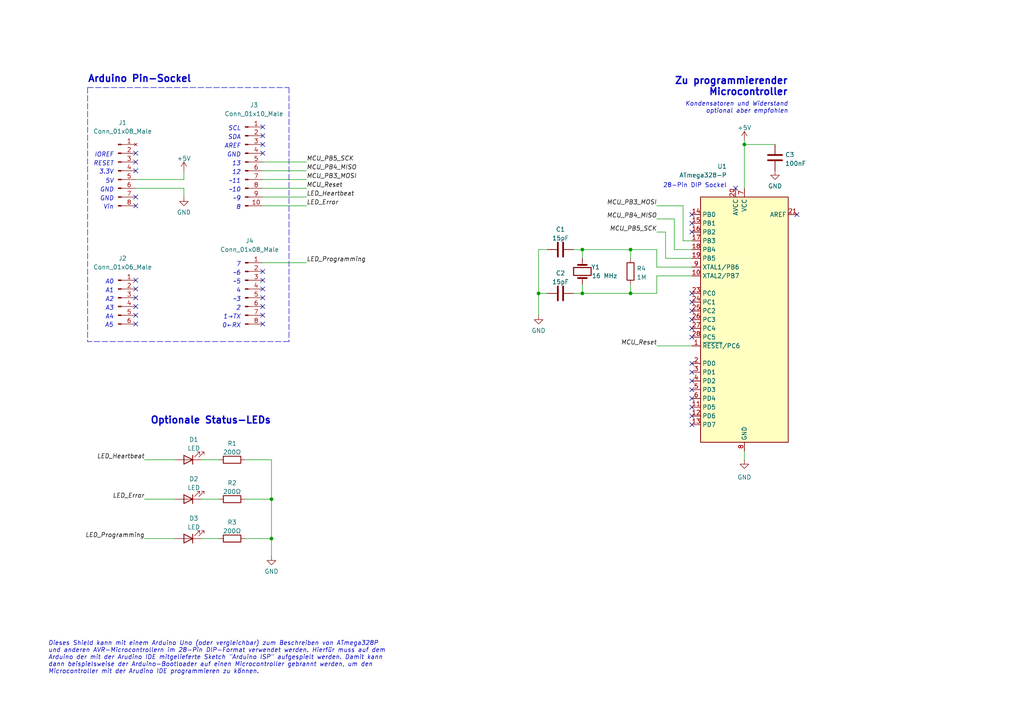
<source format=kicad_sch>
(kicad_sch (version 20211123) (generator eeschema)
  (paper "A4")
  (title_block (title "Arduino ISP Shield") (date "2023-09-21") (rev "1") (company "Dennis Schulmeister-Zimolong") (comment 1 "Beispiel für Wahlmodul IoT"))
  (lib_symbols
    (symbol "Conn_01x06_Male_1" (pin_names (offset 1.016) hide)
      (property "Reference" "J" (at 0 7.62 0))
      (property "Value" "Conn_01x06_Male_1" (at 0 -10.16 0))
      (symbol "Conn_01x06_Male_1_1_1"
        (polyline (pts (xy 1.27 -7.62) (xy 0.8636 -7.62)) (stroke (width 0.1524)))
        (polyline (pts (xy 1.27 -5.08) (xy 0.8636 -5.08)) (stroke (width 0.1524)))
        (polyline (pts (xy 1.27 -2.54) (xy 0.8636 -2.54)) (stroke (width 0.1524)))
        (polyline (pts (xy 1.27 0) (xy 0.8636 0)) (stroke (width 0.1524)))
        (polyline (pts (xy 1.27 2.54) (xy 0.8636 2.54)) (stroke (width 0.1524)))
        (polyline (pts (xy 1.27 5.08) (xy 0.8636 5.08)) (stroke (width 0.1524)))
        (rectangle (start 0.8636 -7.493) (end 0 -7.747) (stroke (width 0.1524)) (fill (type outline)))
        (rectangle (start 0.8636 -4.953) (end 0 -5.207) (stroke (width 0.1524)) (fill (type outline)))
        (rectangle (start 0.8636 -2.413) (end 0 -2.667) (stroke (width 0.1524)) (fill (type outline)))
        (rectangle (start 0.8636 0.127) (end 0 -0.127) (stroke (width 0.1524)) (fill (type outline)))
        (rectangle (start 0.8636 2.667) (end 0 2.413) (stroke (width 0.1524)) (fill (type outline)))
        (rectangle (start 0.8636 5.207) (end 0 4.953) (stroke (width 0.1524)) (fill (type outline)))
        (pin passive line (at 5.08 5.08 180) (length 3.81) (name "Pin_1") (number "1"))
        (pin passive line (at 5.08 2.54 180) (length 3.81) (name "Pin_2") (number "2"))
        (pin passive line (at 5.08 0 180) (length 3.81) (name "Pin_3") (number "3"))
        (pin passive line (at 5.08 -2.54 180) (length 3.81) (name "Pin_4") (number "4"))
        (pin passive line (at 5.08 -5.08 180) (length 3.81) (name "Pin_5") (number "5"))
        (pin passive line (at 5.08 -7.62 180) (length 3.81) (name "Pin_6") (number "6"))
      )
    )
    (symbol "Conn_01x08_Male_2" (pin_names (offset 1.016) hide)
      (property "Reference" "J?" (at 1.27 13.97 0))
      (property "Value" "Conn_01x08_Male" (at 1.27 11.43 0))
      (symbol "Conn_01x08_Male_2_1_1"
        (polyline (pts (xy 1.27 -10.16) (xy 0.8636 -10.16)) (stroke (width 0.1524)))
        (polyline (pts (xy 1.27 -7.62) (xy 0.8636 -7.62)) (stroke (width 0.1524)))
        (polyline (pts (xy 1.27 -5.08) (xy 0.8636 -5.08)) (stroke (width 0.1524)))
        (polyline (pts (xy 1.27 -2.54) (xy 0.8636 -2.54)) (stroke (width 0.1524)))
        (polyline (pts (xy 1.27 0) (xy 0.8636 0)) (stroke (width 0.1524)))
        (polyline (pts (xy 1.27 2.54) (xy 0.8636 2.54)) (stroke (width 0.1524)))
        (polyline (pts (xy 1.27 5.08) (xy 0.8636 5.08)) (stroke (width 0.1524)))
        (polyline (pts (xy 1.27 7.62) (xy 0.8636 7.62)) (stroke (width 0.1524)))
        (rectangle (start 0.8636 -10.033) (end 0 -10.287) (stroke (width 0.1524)) (fill (type outline)))
        (rectangle (start 0.8636 -7.493) (end 0 -7.747) (stroke (width 0.1524)) (fill (type outline)))
        (rectangle (start 0.8636 -4.953) (end 0 -5.207) (stroke (width 0.1524)) (fill (type outline)))
        (rectangle (start 0.8636 -2.413) (end 0 -2.667) (stroke (width 0.1524)) (fill (type outline)))
        (rectangle (start 0.8636 0.127) (end 0 -0.127) (stroke (width 0.1524)) (fill (type outline)))
        (rectangle (start 0.8636 2.667) (end 0 2.413) (stroke (width 0.1524)) (fill (type outline)))
        (rectangle (start 0.8636 5.207) (end 0 4.953) (stroke (width 0.1524)) (fill (type outline)))
        (rectangle (start 0.8636 7.747) (end 0 7.493) (stroke (width 0.1524)) (fill (type outline)))
        (pin no_connect line (at 5.08 7.62 180) (length 3.81) (name "Pin_1") (number "1"))
        (pin passive line (at 5.08 5.08 180) (length 3.81) (name "Pin_2") (number "2"))
        (pin passive line (at 5.08 2.54 180) (length 3.81) (name "Pin_3") (number "3"))
        (pin power_out line (at 5.08 0 180) (length 3.81) (name "Pin_4") (number "4"))
        (pin power_out line (at 5.08 -2.54 180) (length 3.81) (name "Pin_5") (number "5"))
        (pin power_out line (at 5.08 -5.08 180) (length 3.81) (name "Pin_6") (number "6"))
        (pin power_out line (at 5.08 -7.62 180) (length 3.81) (name "Pin_7") (number "7"))
        (pin power_in line (at 5.08 -10.16 180) (length 3.81) (name "Pin_8") (number "8"))
      )
    )
    (symbol "Conn_01x08_Male_3" (pin_names (offset 1.016) hide)
      (property "Reference" "J" (at 0 10.16 0))
      (property "Value" "Conn_01x08_Male_3" (at 0 -12.7 0))
      (symbol "Conn_01x08_Male_3_1_1"
        (polyline (pts (xy 1.27 -10.16) (xy 0.8636 -10.16)) (stroke (width 0.1524)))
        (polyline (pts (xy 1.27 -7.62) (xy 0.8636 -7.62)) (stroke (width 0.1524)))
        (polyline (pts (xy 1.27 -5.08) (xy 0.8636 -5.08)) (stroke (width 0.1524)))
        (polyline (pts (xy 1.27 -2.54) (xy 0.8636 -2.54)) (stroke (width 0.1524)))
        (polyline (pts (xy 1.27 0) (xy 0.8636 0)) (stroke (width 0.1524)))
        (polyline (pts (xy 1.27 2.54) (xy 0.8636 2.54)) (stroke (width 0.1524)))
        (polyline (pts (xy 1.27 5.08) (xy 0.8636 5.08)) (stroke (width 0.1524)))
        (polyline (pts (xy 1.27 7.62) (xy 0.8636 7.62)) (stroke (width 0.1524)))
        (rectangle (start 0.8636 -10.033) (end 0 -10.287) (stroke (width 0.1524)) (fill (type outline)))
        (rectangle (start 0.8636 -7.493) (end 0 -7.747) (stroke (width 0.1524)) (fill (type outline)))
        (rectangle (start 0.8636 -4.953) (end 0 -5.207) (stroke (width 0.1524)) (fill (type outline)))
        (rectangle (start 0.8636 -2.413) (end 0 -2.667) (stroke (width 0.1524)) (fill (type outline)))
        (rectangle (start 0.8636 0.127) (end 0 -0.127) (stroke (width 0.1524)) (fill (type outline)))
        (rectangle (start 0.8636 2.667) (end 0 2.413) (stroke (width 0.1524)) (fill (type outline)))
        (rectangle (start 0.8636 5.207) (end 0 4.953) (stroke (width 0.1524)) (fill (type outline)))
        (rectangle (start 0.8636 7.747) (end 0 7.493) (stroke (width 0.1524)) (fill (type outline)))
        (pin passive line (at 5.08 7.62 180) (length 3.81) (name "Pin_1") (number "1"))
        (pin passive line (at 5.08 5.08 180) (length 3.81) (name "Pin_2") (number "2"))
        (pin passive line (at 5.08 2.54 180) (length 3.81) (name "Pin_3") (number "3"))
        (pin passive line (at 5.08 0 180) (length 3.81) (name "Pin_4") (number "4"))
        (pin passive line (at 5.08 -2.54 180) (length 3.81) (name "Pin_5") (number "5"))
        (pin passive line (at 5.08 -5.08 180) (length 3.81) (name "Pin_6") (number "6"))
        (pin passive line (at 5.08 -7.62 180) (length 3.81) (name "Pin_7") (number "7"))
        (pin passive line (at 5.08 -10.16 180) (length 3.81) (name "Pin_8") (number "8"))
      )
    )
    (symbol "Conn_01x10_Male_1" (pin_names (offset 1.016) hide)
      (property "Reference" "J3" (at 2.54 16.51 0))
      (property "Value" "Conn_01x10_Male" (at 2.54 13.97 0))
      (symbol "Conn_01x10_Male_1_1_1"
        (polyline (pts (xy 1.27 -12.7) (xy 0.8636 -12.7)) (stroke (width 0.1524)))
        (polyline (pts (xy 1.27 -10.16) (xy 0.8636 -10.16)) (stroke (width 0.1524)))
        (polyline (pts (xy 1.27 -7.62) (xy 0.8636 -7.62)) (stroke (width 0.1524)))
        (polyline (pts (xy 1.27 -5.08) (xy 0.8636 -5.08)) (stroke (width 0.1524)))
        (polyline (pts (xy 1.27 -2.54) (xy 0.8636 -2.54)) (stroke (width 0.1524)))
        (polyline (pts (xy 1.27 0) (xy 0.8636 0)) (stroke (width 0.1524)))
        (polyline (pts (xy 1.27 2.54) (xy 0.8636 2.54)) (stroke (width 0.1524)))
        (polyline (pts (xy 1.27 5.08) (xy 0.8636 5.08)) (stroke (width 0.1524)))
        (polyline (pts (xy 1.27 7.62) (xy 0.8636 7.62)) (stroke (width 0.1524)))
        (polyline (pts (xy 1.27 10.16) (xy 0.8636 10.16)) (stroke (width 0.1524)))
        (rectangle (start 0.8636 -12.573) (end 0 -12.827) (stroke (width 0.1524)) (fill (type outline)))
        (rectangle (start 0.8636 -10.033) (end 0 -10.287) (stroke (width 0.1524)) (fill (type outline)))
        (rectangle (start 0.8636 -7.493) (end 0 -7.747) (stroke (width 0.1524)) (fill (type outline)))
        (rectangle (start 0.8636 -4.953) (end 0 -5.207) (stroke (width 0.1524)) (fill (type outline)))
        (rectangle (start 0.8636 -2.413) (end 0 -2.667) (stroke (width 0.1524)) (fill (type outline)))
        (rectangle (start 0.8636 0.127) (end 0 -0.127) (stroke (width 0.1524)) (fill (type outline)))
        (rectangle (start 0.8636 2.667) (end 0 2.413) (stroke (width 0.1524)) (fill (type outline)))
        (rectangle (start 0.8636 5.207) (end 0 4.953) (stroke (width 0.1524)) (fill (type outline)))
        (rectangle (start 0.8636 7.747) (end 0 7.493) (stroke (width 0.1524)) (fill (type outline)))
        (rectangle (start 0.8636 10.287) (end 0 10.033) (stroke (width 0.1524)) (fill (type outline)))
        (pin passive line (at 5.08 10.16 180) (length 3.81) (name "Pin_1") (number "1"))
        (pin passive line (at 5.08 -12.7 180) (length 3.81) (name "Pin_10") (number "10"))
        (pin passive line (at 5.08 7.62 180) (length 3.81) (name "Pin_2") (number "2"))
        (pin power_in line (at 5.08 5.08 180) (length 3.81) (name "Pin_3") (number "3"))
        (pin power_out line (at 5.08 2.54 180) (length 3.81) (name "Pin_4") (number "4"))
        (pin passive line (at 5.08 0 180) (length 3.81) (name "Pin_5") (number "5"))
        (pin passive line (at 5.08 -2.54 180) (length 3.81) (name "Pin_6") (number "6"))
        (pin passive line (at 5.08 -5.08 180) (length 3.81) (name "Pin_7") (number "7"))
        (pin passive line (at 5.08 -7.62 180) (length 3.81) (name "Pin_8") (number "8"))
        (pin passive line (at 5.08 -10.16 180) (length 3.81) (name "Pin_9") (number "9"))
      )
    )
    (symbol "Device:C" (pin_numbers hide) (pin_names (offset 0.254))
      (property "Reference" "C" (at 0.635 2.54 0))
      (property "Value" "C" (at 0.635 -2.54 0))
      (symbol "C_0_1"
        (polyline (pts (xy -2.032 -0.762) (xy 2.032 -0.762)) (stroke (width 0.508)))
        (polyline (pts (xy -2.032 0.762) (xy 2.032 0.762)) (stroke (width 0.508)))
      )
      (symbol "C_1_1"
        (pin passive line (at 0 3.81 270) (length 2.794) (name "~") (number "1"))
        (pin passive line (at 0 -3.81 90) (length 2.794) (name "~") (number "2"))
      )
    )
    (symbol "Device:Crystal" (pin_numbers hide) (pin_names (offset 1.016) hide)
      (property "Reference" "Y" (at 0 3.81 0))
      (property "Value" "Crystal" (at 0 -3.81 0))
      (symbol "Crystal_0_1"
        (rectangle (start -1.143 2.54) (end 1.143 -2.54) (stroke (width 0.3048)))
        (polyline (pts (xy -2.54 0) (xy -1.905 0)))
        (polyline (pts (xy -1.905 -1.27) (xy -1.905 1.27)) (stroke (width 0.508)))
        (polyline (pts (xy 1.905 -1.27) (xy 1.905 1.27)) (stroke (width 0.508)))
        (polyline (pts (xy 2.54 0) (xy 1.905 0)))
      )
      (symbol "Crystal_1_1"
        (pin passive line (at -3.81 0 0) (length 1.27) (name "1") (number "1"))
        (pin passive line (at 3.81 0 180) (length 1.27) (name "2") (number "2"))
      )
    )
    (symbol "Device:LED" (pin_numbers hide) (pin_names (offset 1.016) hide)
      (property "Reference" "D" (at 0 2.54 0))
      (property "Value" "LED" (at 0 -2.54 0))
      (symbol "LED_0_1"
        (polyline (pts (xy -1.27 -1.27) (xy -1.27 1.27)) (stroke (width 0.254)))
        (polyline (pts (xy -1.27 0) (xy 1.27 0)))
        (polyline (pts (xy 1.27 -1.27) (xy 1.27 1.27) (xy -1.27 0) (xy 1.27 -1.27)) (stroke (width 0.254)))
        (polyline (pts (xy -3.048 -0.762) (xy -4.572 -2.286) (xy -3.81 -2.286) (xy -4.572 -2.286) (xy -4.572 -1.524)))
        (polyline (pts (xy -1.778 -0.762) (xy -3.302 -2.286) (xy -2.54 -2.286) (xy -3.302 -2.286) (xy -3.302 -1.524)))
      )
      (symbol "LED_1_1"
        (pin passive line (at -3.81 0 0) (length 2.54) (name "K") (number "1"))
        (pin passive line (at 3.81 0 180) (length 2.54) (name "A") (number "2"))
      )
    )
    (symbol "Device:R" (pin_numbers hide) (pin_names (offset 0))
      (property "Reference" "R" (at 2.032 0 90))
      (property "Value" "R" (at 0 0 90))
      (symbol "R_0_1"
        (rectangle (start -1.016 -2.54) (end 1.016 2.54) (stroke (width 0.254)))
      )
      (symbol "R_1_1"
        (pin passive line (at 0 3.81 270) (length 1.27) (name "~") (number "1"))
        (pin passive line (at 0 -3.81 90) (length 1.27) (name "~") (number "2"))
      )
    )
    (symbol "MCU_Microchip_ATmega:ATmega328-P"
      (property "Reference" "U" (at -12.7 36.83 0))
      (property "Value" "ATmega328-P" (at 2.54 -36.83 0))
      (symbol "ATmega328-P_0_1"
        (rectangle (start -12.7 -35.56) (end 12.7 35.56) (stroke (width 0.254)) (fill (type background)))
      )
      (symbol "ATmega328-P_1_1"
        (pin bidirectional line (at 15.24 -7.62 180) (length 2.54) (name "~{RESET}/PC6") (number "1"))
        (pin bidirectional line (at 15.24 12.7 180) (length 2.54) (name "XTAL2/PB7") (number "10"))
        (pin bidirectional line (at 15.24 -25.4 180) (length 2.54) (name "PD5") (number "11"))
        (pin bidirectional line (at 15.24 -27.94 180) (length 2.54) (name "PD6") (number "12"))
        (pin bidirectional line (at 15.24 -30.48 180) (length 2.54) (name "PD7") (number "13"))
        (pin bidirectional line (at 15.24 30.48 180) (length 2.54) (name "PB0") (number "14"))
        (pin bidirectional line (at 15.24 27.94 180) (length 2.54) (name "PB1") (number "15"))
        (pin bidirectional line (at 15.24 25.4 180) (length 2.54) (name "PB2") (number "16"))
        (pin bidirectional line (at 15.24 22.86 180) (length 2.54) (name "PB3") (number "17"))
        (pin bidirectional line (at 15.24 20.32 180) (length 2.54) (name "PB4") (number "18"))
        (pin bidirectional line (at 15.24 17.78 180) (length 2.54) (name "PB5") (number "19"))
        (pin bidirectional line (at 15.24 -12.7 180) (length 2.54) (name "PD0") (number "2"))
        (pin power_in line (at 2.54 38.1 270) (length 2.54) (name "AVCC") (number "20"))
        (pin passive line (at -15.24 30.48 0) (length 2.54) (name "AREF") (number "21"))
        (pin passive line (at 0 -38.1 90) (length 2.54) hide (name "GND") (number "22"))
        (pin bidirectional line (at 15.24 7.62 180) (length 2.54) (name "PC0") (number "23"))
        (pin bidirectional line (at 15.24 5.08 180) (length 2.54) (name "PC1") (number "24"))
        (pin bidirectional line (at 15.24 2.54 180) (length 2.54) (name "PC2") (number "25"))
        (pin bidirectional line (at 15.24 0 180) (length 2.54) (name "PC3") (number "26"))
        (pin bidirectional line (at 15.24 -2.54 180) (length 2.54) (name "PC4") (number "27"))
        (pin bidirectional line (at 15.24 -5.08 180) (length 2.54) (name "PC5") (number "28"))
        (pin bidirectional line (at 15.24 -15.24 180) (length 2.54) (name "PD1") (number "3"))
        (pin bidirectional line (at 15.24 -17.78 180) (length 2.54) (name "PD2") (number "4"))
        (pin bidirectional line (at 15.24 -20.32 180) (length 2.54) (name "PD3") (number "5"))
        (pin bidirectional line (at 15.24 -22.86 180) (length 2.54) (name "PD4") (number "6"))
        (pin power_in line (at 0 38.1 270) (length 2.54) (name "VCC") (number "7"))
        (pin power_in line (at 0 -38.1 90) (length 2.54) (name "GND") (number "8"))
        (pin bidirectional line (at 15.24 15.24 180) (length 2.54) (name "XTAL1/PB6") (number "9"))
      )
    )
    (symbol "power:+5V" (power) (pin_names (offset 0))
      (property "Value" "+5V" (at 0 3.556 0))
      (symbol "+5V_0_1"
        (polyline (pts (xy -0.762 1.27) (xy 0 2.54)))
        (polyline (pts (xy 0 0) (xy 0 2.54)))
        (polyline (pts (xy 0 2.54) (xy 0.762 1.27)))
      )
      (symbol "+5V_1_1"
        (pin power_in line (at 0 0 90) (length 0) hide (name "+5V") (number "1"))
      )
    )
    (symbol "power:GND" (power) (pin_names (offset 0))
      (property "Value" "GND" (at 0 -3.81 0))
      (symbol "GND_0_1"
        (polyline (pts (xy 0 0) (xy 0 -1.27) (xy 1.27 -1.27) (xy 0 -2.54) (xy -1.27 -1.27) (xy 0 -1.27)))
      )
      (symbol "GND_1_1"
        (pin power_in line (at 0 0 270) (length 0) hide (name "GND") (number "1"))
      )
    )
  )
  (junction (at 78.74 156.21))
  (junction (at 168.91 72.39))
  (junction (at 156.21 85.09))
  (junction (at 182.88 72.39))
  (junction (at 215.9 41.91))
  (junction (at 168.91 85.09))
  (junction (at 182.88 85.09))
  (junction (at 78.74 144.78))
  (no_connect (at 76.2 88.9))
  (no_connect (at 39.37 88.9))
  (no_connect (at 200.66 90.17))
  (no_connect (at 200.66 105.41))
  (no_connect (at 213.36 54.61))
  (no_connect (at 200.66 120.65))
  (no_connect (at 200.66 107.95))
  (no_connect (at 200.66 118.11))
  (no_connect (at 76.2 83.82))
  (no_connect (at 39.37 44.45))
  (no_connect (at 76.2 86.36))
  (no_connect (at 200.66 87.63))
  (no_connect (at 39.37 81.28))
  (no_connect (at 76.2 91.44))
  (no_connect (at 76.2 39.37))
  (no_connect (at 200.66 67.31))
  (no_connect (at 39.37 91.44))
  (no_connect (at 200.66 110.49))
  (no_connect (at 39.37 57.15))
  (no_connect (at 200.66 95.25))
  (no_connect (at 76.2 81.28))
  (no_connect (at 76.2 93.98))
  (no_connect (at 231.14 62.23))
  (no_connect (at 200.66 97.79))
  (no_connect (at 200.66 85.09))
  (no_connect (at 200.66 64.77))
  (no_connect (at 39.37 46.99))
  (no_connect (at 200.66 92.71))
  (no_connect (at 76.2 41.91))
  (no_connect (at 200.66 123.19))
  (no_connect (at 39.37 59.69))
  (no_connect (at 39.37 49.53))
  (no_connect (at 76.2 36.83))
  (no_connect (at 39.37 86.36))
  (no_connect (at 76.2 44.45))
  (no_connect (at 39.37 93.98))
  (no_connect (at 200.66 115.57))
  (no_connect (at 39.37 83.82))
  (no_connect (at 200.66 62.23))
  (no_connect (at 200.66 113.03))
  (no_connect (at 76.2 78.74))
  (wire (pts (xy 182.88 72.39) (xy 182.88 74.93)))
  (wire (pts (xy 190.5 72.39) (xy 182.88 72.39)))
  (wire (pts (xy 182.88 72.39) (xy 168.91 72.39)))
  (wire (pts (xy 78.74 156.21) (xy 78.74 161.29)))
  (wire (pts (xy 215.9 40.64) (xy 215.9 41.91)))
  (wire (pts (xy 41.91 133.35) (xy 50.8 133.35)))
  (wire (pts (xy 190.5 63.5) (xy 195.58 63.5)))
  (wire (pts (xy 76.2 57.15) (xy 88.9 57.15)))
  (wire (pts (xy 166.37 72.39) (xy 168.91 72.39)))
  (wire (pts (xy 41.91 156.21) (xy 50.8 156.21)))
  (polyline (pts (xy 83.82 99.06) (xy 25.4 99.06)))
  (wire (pts (xy 215.9 41.91) (xy 224.79 41.91)))
  (wire (pts (xy 76.2 46.99) (xy 88.9 46.99)))
  (wire (pts (xy 76.2 54.61) (xy 88.9 54.61)))
  (wire (pts (xy 193.04 74.93) (xy 193.04 67.31)))
  (wire (pts (xy 182.88 85.09) (xy 168.91 85.09)))
  (wire (pts (xy 58.42 156.21) (xy 63.5 156.21)))
  (wire (pts (xy 76.2 49.53) (xy 88.9 49.53)))
  (wire (pts (xy 71.12 156.21) (xy 78.74 156.21)))
  (wire (pts (xy 190.5 59.69) (xy 198.12 59.69)))
  (wire (pts (xy 53.34 52.07) (xy 53.34 49.53)))
  (wire (pts (xy 198.12 69.85) (xy 200.66 69.85)))
  (wire (pts (xy 195.58 72.39) (xy 200.66 72.39)))
  (wire (pts (xy 190.5 77.47) (xy 190.5 72.39)))
  (wire (pts (xy 190.5 80.01) (xy 190.5 85.09)))
  (wire (pts (xy 156.21 85.09) (xy 156.21 91.44)))
  (polyline (pts (xy 83.82 25.4) (xy 83.82 99.06)))
  (wire (pts (xy 200.66 77.47) (xy 190.5 77.47)))
  (wire (pts (xy 71.12 144.78) (xy 78.74 144.78)))
  (wire (pts (xy 193.04 67.31) (xy 190.5 67.31)))
  (wire (pts (xy 53.34 54.61) (xy 53.34 57.15)))
  (wire (pts (xy 71.12 133.35) (xy 78.74 133.35)))
  (wire (pts (xy 200.66 74.93) (xy 193.04 74.93)))
  (wire (pts (xy 156.21 85.09) (xy 158.75 85.09)))
  (wire (pts (xy 58.42 133.35) (xy 63.5 133.35)))
  (wire (pts (xy 215.9 41.91) (xy 215.9 54.61)))
  (wire (pts (xy 156.21 72.39) (xy 156.21 85.09)))
  (wire (pts (xy 190.5 85.09) (xy 182.88 85.09)))
  (wire (pts (xy 39.37 52.07) (xy 53.34 52.07)))
  (wire (pts (xy 200.66 100.33) (xy 190.5 100.33)))
  (polyline (pts (xy 25.4 25.4) (xy 83.82 25.4)))
  (wire (pts (xy 168.91 72.39) (xy 168.91 74.93)))
  (wire (pts (xy 158.75 72.39) (xy 156.21 72.39)))
  (wire (pts (xy 182.88 82.55) (xy 182.88 85.09)))
  (wire (pts (xy 76.2 52.07) (xy 88.9 52.07)))
  (wire (pts (xy 168.91 85.09) (xy 168.91 82.55)))
  (wire (pts (xy 200.66 80.01) (xy 190.5 80.01)))
  (wire (pts (xy 195.58 63.5) (xy 195.58 72.39)))
  (wire (pts (xy 76.2 59.69) (xy 88.9 59.69)))
  (wire (pts (xy 39.37 54.61) (xy 53.34 54.61)))
  (wire (pts (xy 41.91 144.78) (xy 50.8 144.78)))
  (wire (pts (xy 58.42 144.78) (xy 63.5 144.78)))
  (wire (pts (xy 215.9 130.81) (xy 215.9 133.35)))
  (wire (pts (xy 78.74 133.35) (xy 78.74 144.78)))
  (wire (pts (xy 76.2 76.2) (xy 88.9 76.2)))
  (polyline (pts (xy 25.4 25.4) (xy 25.4 99.06)))
  (wire (pts (xy 198.12 59.69) (xy 198.12 69.85)))
  (wire (pts (xy 168.91 85.09) (xy 166.37 85.09)))
  (wire (pts (xy 78.74 144.78) (xy 78.74 156.21)))
  (text "SCL" (at 69.85 38.1 180) (effects (font (size 1.27 1.27) italic) (justify right bottom)))
  (text "A5" (at 32.8946 95.1171 180) (effects (font (size 1.27 1.27) italic) (justify right bottom)))
  (text "~6" (at 69.85 80.01 180) (effects (font (size 1.27 1.27) italic) (justify right bottom)))
  (text "5V" (at 33.02 53.34 180) (effects (font (size 1.27 1.27) italic) (justify right bottom)))
  (text "~3" (at 69.85 87.63 180) (effects (font (size 1.27 1.27) italic) (justify right bottom)))
  (text "Kondensatoren und Widerstand\noptional aber empfohlen" (at 228.6 33.02 180) (effects (font (size 1.27 1.27) italic) (justify right bottom)))
  (text "7" (at 69.85 77.47 180) (effects (font (size 1.27 1.27) italic) (justify right bottom)))
  (text "A4" (at 33.02 92.71 180) (effects (font (size 1.27 1.27) italic) (justify right bottom)))
  (text "Vin" (at 32.9736 60.8481 180) (effects (font (size 1.27 1.27) italic) (justify right bottom)))
  (text "A3" (at 33.02 90.17 180) (effects (font (size 1.27 1.27) italic) (justify right bottom)))
  (text "Dieses Shield kann mit einem Arduino Uno (oder vergleichbar) zum Beschreiben von ATmega328P\nund anderen AVR-Microcontrollern im 28-Pin DIP-Format verwendet werden. Hierfür muss auf dem\nArduino der mit der Arudino IDE mitgelieferte Sketch \"Arduino ISP\" aufgespielt werden. Damit kann\ndann beispielsweise der Arduino-Bootloader auf einen Microcontroller gebrannt werden, um den\nMicrocontroller mit der Arudino IDE programmieren zu können." (at 13.97 195.58 0) (effects (font (size 1.27 1.27) italic) (justify left bottom)))
  (text "Arduino Pin-Sockel" (at 25.4 24.13 0) (effects (font (size 2 2) (thickness 0.4) bold) (justify left bottom)))
  (text "SDA" (at 69.85 40.64 180) (effects (font (size 1.27 1.27) italic) (justify right bottom)))
  (text "2" (at 69.85 90.17 180) (effects (font (size 1.27 1.27) italic) (justify right bottom)))
  (text "0←RX" (at 69.85 95.25 180) (effects (font (size 1.27 1.27) italic) (justify right bottom)))
  (text "~5" (at 69.85 82.55 180) (effects (font (size 1.27 1.27) italic) (justify right bottom)))
  (text "A0" (at 33.02 82.55 180) (effects (font (size 1.27 1.27) italic) (justify right bottom)))
  (text "GND" (at 69.85 45.72 180) (effects (font (size 1.27 1.27) italic) (justify right bottom)))
  (text "13" (at 69.85 48.26 180) (effects (font (size 1.27 1.27) italic) (justify right bottom)))
  (text "AREF" (at 69.85 43.18 180) (effects (font (size 1.27 1.27) italic) (justify right bottom)))
  (text "Optionale Status-LEDs" (at 78.74 123.19 180) (effects (font (size 2 2) bold) (justify right bottom)))
  (text "Zu programmierender\nMicrocontroller" (at 228.6 27.94 180) (effects (font (size 2 2) bold) (justify right bottom)))
  (text "GND" (at 33.02 55.88 180) (effects (font (size 1.27 1.27) italic) (justify right bottom)))
  (text "28-Pin DIP Sockel" (at 210.82 54.61 180) (effects (font (size 1.27 1.27)) (justify right bottom)))
  (text "~10" (at 69.85 55.88 180) (effects (font (size 1.27 1.27) italic) (justify right bottom)))
  (text "IOREF" (at 33.02 45.72 180) (effects (font (size 1.27 1.27) italic) (justify right bottom)))
  (text "A2" (at 33.02 87.63 180) (effects (font (size 1.27 1.27) italic) (justify right bottom)))
  (text "3.3V" (at 32.9736 50.6788 180) (effects (font (size 1.27 1.27) italic) (justify right bottom)))
  (text "4" (at 69.85 85.09 180) (effects (font (size 1.27 1.27) italic) (justify right bottom)))
  (text "~11" (at 69.85 53.34 180) (effects (font (size 1.27 1.27) italic) (justify right bottom)))
  (text "A1" (at 33.02 85.09 180) (effects (font (size 1.27 1.27) italic) (justify right bottom)))
  (text "12" (at 69.85 50.8 180) (effects (font (size 1.27 1.27) italic) (justify right bottom)))
  (text "RESET" (at 33.02 48.26 180) (effects (font (size 1.27 1.27) italic) (justify right bottom)))
  (text "GND" (at 33.02 58.42 180) (effects (font (size 1.27 1.27) italic) (justify right bottom)))
  (text "1→TX" (at 69.85 92.71 180) (effects (font (size 1.27 1.27) italic) (justify right bottom)))
  (text "~9" (at 69.85 58.42 180) (effects (font (size 1.27 1.27) italic) (justify right bottom)))
  (text "8" (at 69.85 60.96 180) (effects (font (size 1.27 1.27) italic) (justify right bottom)))
  (label "MCU_PB3_MOSI" (at 190.5 59.69 180) (effects (font italic)))
  (label "MCU_PB5_SCK" (at 190.5 67.31 180) (effects (font italic)))
  (label "LED_Heartbeat" (at 41.91 133.35 180) (effects (font italic)))
  (label "MCU_PB5_SCK" (at 88.9 46.99 0) (effects (font italic)))
  (label "LED_Heartbeat" (at 88.9 57.15 0) (effects (font italic)))
  (label "MCU_PB4_MISO" (at 88.9 49.53 0) (effects (font italic)))
  (label "MCU_PB4_MISO" (at 190.5 63.5 180) (effects (font italic)))
  (label "MCU_Reset" (at 190.5 100.33 180) (effects (font italic)))
  (label "LED_Programming" (at 41.91 156.21 180) (effects (font italic)))
  (label "LED_Programming" (at 88.9 76.2 0) (effects (font italic)))
  (label "LED_Error" (at 88.9 59.69 0) (effects (font italic)))
  (label "LED_Error" (at 41.91 144.78 180) (effects (font italic)))
  (label "MCU_PB3_MOSI" (at 88.9 52.07 0) (effects (font italic)))
  (label "MCU_Reset" (at 88.9 54.61 0) (effects (font italic)))
  (symbol (lib_id "MCU_Microchip_ATmega:ATmega328-P") (at 215.9 92.71 0) (mirror y) (unit 1)
    (property "Reference" "U1" (at 210.82 48.26 0) (effects (justify left)))
    (property "Value" "ATmega328-P" (at 210.82 50.8 0) (effects (justify left)))
    (property "Footprint" "Package_DIP:DIP-28_W7.62mm" (effects hide))
    (property "Datasheet" "http://ww1.microchip.com/downloads/en/DeviceDoc/ATmega328_P%20AVR%20MCU%20with%20picoPower%20Technology%20Data%20Sheet%2040001984A.pdf" (effects hide))
  )
  (symbol (lib_id "Device:C") (at 224.79 45.72 0) (unit 1)
    (property "Reference" "C3" (at 227.711 44.8853 0) (effects (justify left)))
    (property "Value" "100nF" (at 227.711 47.4222 0) (effects (justify left)))
    (property "Footprint" "Capacitor_THT:C_Disc_D5.0mm_W2.5mm_P5.00mm" (effects hide))
  )
  (symbol (lib_name "Conn_01x08_Male_3") (lib_id "Connector:Conn_01x08_Male") (at 71.12 83.82 0) (unit 1)
    (property "Reference" "J4" (at 72.39 69.85 0))
    (property "Value" "Conn_01x08_Male" (at 72.39 72.39 0))
    (property "Footprint" "Connector_PinHeader_2.54mm:PinHeader_1x08_P2.54mm_Vertical" (effects hide))
  )
  (symbol (lib_id "Device:LED") (at 54.61 156.21 180) (unit 1)
    (property "Reference" "D3" (at 56.1975 150.3512 0))
    (property "Value" "LED" (at 56.1975 152.8881 0))
    (property "Footprint" "LED_THT:LED_D5.0mm" (effects hide))
  )
  (symbol (lib_id "power:+5V") (at 53.34 49.53 0) (unit 1)
    (property "Reference" "#PWR01" (effects hide))
    (property "Value" "+5V" (at 53.34 45.9542 0))
  )
  (symbol (lib_id "power:GND") (at 215.9 133.35 0) (mirror y) (unit 1)
    (property "Reference" "#PWR06" (effects hide))
    (property "Value" "GND" (at 215.9 138.43 0))
  )
  (symbol (lib_name "Conn_01x10_Male_1") (lib_id "Connector:Conn_01x10_Male") (at 71.12 46.99 0) (unit 1)
    (property "Reference" "J3" (at 73.66 30.48 0))
    (property "Value" "Conn_01x10_Male" (at 73.66 33.02 0))
    (property "Footprint" "Connector_PinHeader_2.54mm:PinHeader_1x10_P2.54mm_Vertical" (effects hide))
  )
  (symbol (lib_id "Device:R") (at 67.31 144.78 90) (mirror x) (unit 1)
    (property "Reference" "R2" (at 67.31 140.0642 90))
    (property "Value" "200Ω" (at 67.31 142.6011 90))
    (property "Footprint" "Resistor_THT:R_Axial_DIN0207_L6.3mm_D2.5mm_P7.62mm_Horizontal" (effects hide))
  )
  (symbol (lib_id "Device:Crystal") (at 168.91 78.74 90) (mirror x) (unit 1)
    (property "Reference" "Y1" (at 173.99 77.47 90) (effects (justify left)))
    (property "Value" "16 MHz" (at 179.07 80.01 90) (effects (justify left)))
    (property "Footprint" "Crystal:Resonator-2Pin_W8.0mm_H3.5mm" (effects hide))
  )
  (symbol (lib_id "Device:C") (at 162.56 85.09 90) (mirror x) (unit 1)
    (property "Reference" "C2" (at 162.56 79.2312 90))
    (property "Value" "15pF" (at 162.56 81.7681 90))
    (property "Footprint" "Capacitor_THT:C_Disc_D5.0mm_W2.5mm_P5.00mm" (effects hide))
  )
  (symbol (lib_id "Device:R") (at 67.31 156.21 270) (mirror x) (unit 1)
    (property "Reference" "R3" (at 67.31 151.4942 90))
    (property "Value" "200Ω" (at 67.31 154.0311 90))
    (property "Footprint" "Resistor_THT:R_Axial_DIN0207_L6.3mm_D2.5mm_P7.62mm_Horizontal" (effects hide))
  )
  (symbol (lib_id "Device:LED") (at 54.61 133.35 180) (unit 1)
    (property "Reference" "D1" (at 56.1975 127.4912 0))
    (property "Value" "LED" (at 56.1975 130.0281 0))
    (property "Footprint" "LED_THT:LED_D5.0mm" (effects hide))
  )
  (symbol (lib_name "Conn_01x06_Male_1") (lib_id "Connector:Conn_01x06_Male") (at 34.29 86.36 0) (unit 1)
    (property "Reference" "J2" (at 35.56 74.93 0))
    (property "Value" "Conn_01x06_Male" (at 35.56 77.47 0))
    (property "Footprint" "Connector_PinHeader_2.54mm:PinHeader_1x06_P2.54mm_Vertical" (effects hide))
  )
  (symbol (lib_id "Device:LED") (at 54.61 144.78 180) (unit 1)
    (property "Reference" "D2" (at 56.1975 138.9212 0))
    (property "Value" "LED" (at 56.1975 141.4581 0))
    (property "Footprint" "LED_THT:LED_D5.0mm" (effects hide))
  )
  (symbol (lib_name "Conn_01x08_Male_2") (lib_id "Connector:Conn_01x08_Male") (at 34.29 49.53 0) (unit 1)
    (property "Reference" "J1" (at 35.56 35.56 0))
    (property "Value" "Conn_01x08_Male" (at 35.56 38.1 0))
    (property "Footprint" "Connector_PinHeader_2.54mm:PinHeader_1x08_P2.54mm_Vertical" (effects hide))
  )
  (symbol (lib_id "power:GND") (at 53.34 57.15 0) (unit 1)
    (property "Reference" "#PWR02" (effects hide))
    (property "Value" "GND" (at 53.34 61.5934 0))
  )
  (symbol (lib_id "Device:C") (at 162.56 72.39 90) (mirror x) (unit 1)
    (property "Reference" "C1" (at 162.56 66.5312 90))
    (property "Value" "15pF" (at 162.56 69.0681 90))
    (property "Footprint" "Capacitor_THT:C_Disc_D5.0mm_W2.5mm_P5.00mm" (effects hide))
  )
  (symbol (lib_id "Device:R") (at 67.31 133.35 270) (mirror x) (unit 1)
    (property "Reference" "R1" (at 67.31 128.6342 90))
    (property "Value" "200Ω" (at 67.31 131.1711 90))
    (property "Footprint" "Resistor_THT:R_Axial_DIN0207_L6.3mm_D2.5mm_P7.62mm_Horizontal" (effects hide))
  )
  (symbol (lib_id "power:GND") (at 156.21 91.44 0) (mirror y) (unit 1)
    (property "Reference" "#PWR04" (effects hide))
    (property "Value" "GND" (at 156.21 95.8834 0))
  )
  (symbol (lib_id "power:GND") (at 224.79 49.53 0) (unit 1)
    (property "Reference" "#PWR07" (effects hide))
    (property "Value" "GND" (at 224.79 53.9734 0))
  )
  (symbol (lib_id "power:GND") (at 78.74 161.29 0) (unit 1)
    (property "Reference" "#PWR03" (effects hide))
    (property "Value" "GND" (at 78.74 165.7334 0))
  )
  (symbol (lib_id "power:+5V") (at 215.9 40.64 0) (mirror y) (unit 1)
    (property "Reference" "#PWR05" (effects hide))
    (property "Value" "+5V" (at 215.9 37.0642 0))
  )
  (symbol (lib_id "Device:R") (at 182.88 78.74 0) (unit 1)
    (property "Reference" "R4" (at 184.658 77.9053 0) (effects (justify left)))
    (property "Value" "1M" (at 184.658 80.4422 0) (effects (justify left)))
    (property "Footprint" "Resistor_THT:R_Axial_DIN0207_L6.3mm_D2.5mm_P7.62mm_Horizontal" (effects hide))
  )
)
</source>
